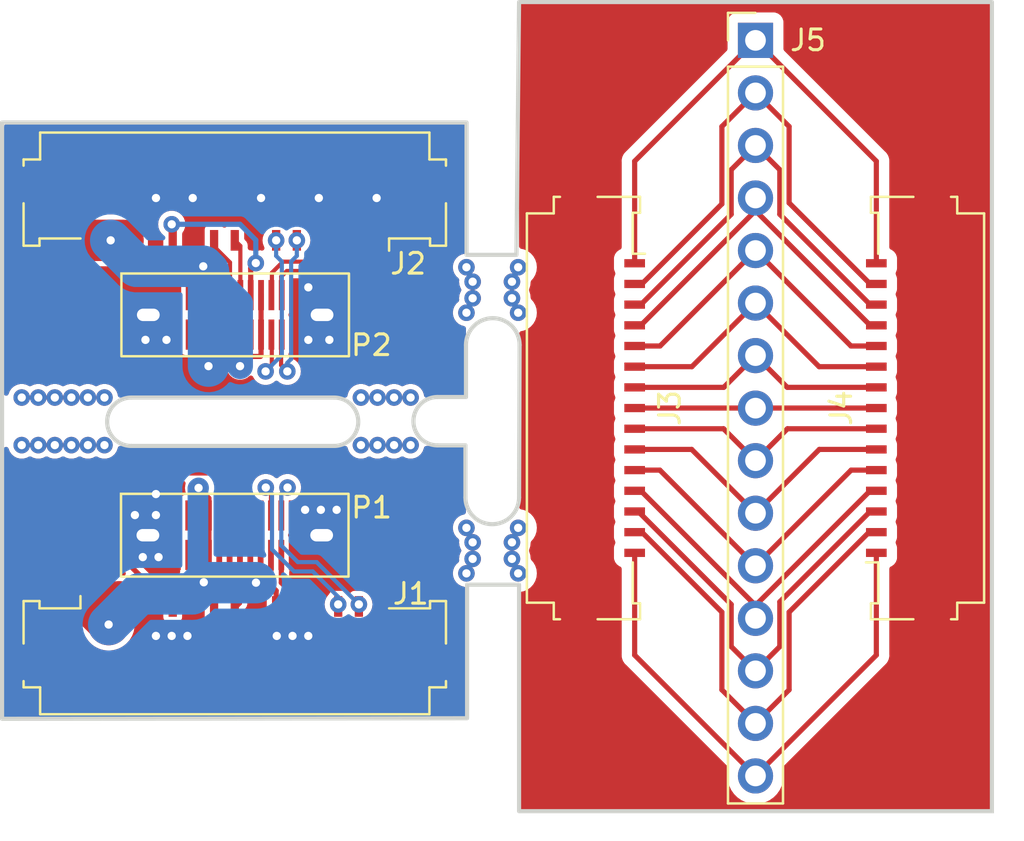
<source format=kicad_pcb>
(kicad_pcb (version 20221018) (generator pcbnew)
  (layers (0 "F.Cu" signal) (31 "B.Cu" signal) (34 "B.Paste" user) (35 "F.Paste" user) (36 "B.SilkS" user "B.Silkscreen") (37 "F.SilkS" user "F.Silkscreen") (38 "B.Mask" user) (39 "F.Mask" user) (44 "Edge.Cuts" user))
  (net 0 "")
  (net 1 "Net-(J1-Pin_1)")
  (net 2 "Net-(J1-Pin_5)")
  (net 3 "Net-(J2-Pin_11)")
  (net 4 "Net-(J2-Pin_13)")
  (net 5 "Net-(J3-Pin_1)")
  (net 6 "Net-(J3-Pin_2)")
  (net 7 "Net-(J3-Pin_3)")
  (net 8 "Net-(J3-Pin_4)")
  (net 9 "Net-(J3-Pin_5)")
  (net 10 "Net-(J3-Pin_6)")
  (net 11 "Net-(J3-Pin_7)")
  (net 12 "Net-(J3-Pin_8)")
  (net 13 "Net-(J3-Pin_9)")
  (net 14 "Net-(J3-Pin_10)")
  (net 15 "Net-(J3-Pin_11)")
  (net 16 "Net-(J3-Pin_12)")
  (net 17 "Net-(J3-Pin_13)")
  (net 18 "Net-(J3-Pin_14)")
  (net 19 "Net-(J3-Pin_15)")
  (net 34 "1-")
  (net 35 "1+")
  (net 36 "1_RX-")
  (net 37 "1_RX+")
  (net 38 "1_TX-")
  (net 39 "1_TX+")
  (net 40 "2_TX+")
  (net 41 "2_TX-")
  (net 42 "2_RX+")
  (net 43 "2_RX-")
  (net 44 "2+")
  (net 45 "2-")
  (net 46 "GND1")
  (net 47 "GND2")
  (net 48 "Net-(J3-PadMP)")
  (footprint "Connector_FFC-FPC:Molex_200528-0150_1x15-1MP_P1.00mm_Horizontal" (layer "F.Cu") (at 78.126 114.808 90)
    (fp_text reference "J4" (at 0 -2.61 90) (layer "F.SilkS"))
    (fp_text value "Conn_01x15_Socket")
    (pad "1" smd rect (at -7 -0.91 90) (size 0.4 1) (layers "F.Cu" "F.Paste" "F.Mask") (net 19 "Net-(J3-Pin_15)"))
    (pad "2" smd rect (at -6 -0.91 90) (size 0.4 1) (layers "F.Cu" "F.Paste" "F.Mask") (net 18 "Net-(J3-Pin_14)"))
    (pad "3" smd rect (at -5 -0.91 90) (size 0.4 1) (layers "F.Cu" "F.Paste" "F.Mask") (net 17 "Net-(J3-Pin_13)"))
    (pad "4" smd rect (at -4 -0.91 90) (size 0.4 1) (layers "F.Cu" "F.Paste" "F.Mask") (net 16 "Net-(J3-Pin_12)"))
    (pad "5" smd rect (at -3 -0.91 90) (size 0.4 1) (layers "F.Cu" "F.Paste" "F.Mask") (net 15 "Net-(J3-Pin_11)"))
    (pad "6" smd rect (at -2 -0.91 90) (size 0.4 1) (layers "F.Cu" "F.Paste" "F.Mask") (net 14 "Net-(J3-Pin_10)"))
    (pad "7" smd rect (at -1 -0.91 90) (size 0.4 1) (layers "F.Cu" "F.Paste" "F.Mask") (net 13 "Net-(J3-Pin_9)"))
    (pad "8" smd rect (at 0 -0.91 90) (size 0.4 1) (layers "F.Cu" "F.Paste" "F.Mask") (net 12 "Net-(J3-Pin_8)"))
    (pad "9" smd rect (at 1 -0.91 90) (size 0.4 1) (layers "F.Cu" "F.Paste" "F.Mask") (net 11 "Net-(J3-Pin_7)"))
    (pad "10" smd rect (at 2 -0.91 90) (size 0.4 1) (layers "F.Cu" "F.Paste" "F.Mask") (net 10 "Net-(J3-Pin_6)"))
    (pad "11" smd rect (at 3 -0.91 90) (size 0.4 1) (layers "F.Cu" "F.Paste" "F.Mask") (net 9 "Net-(J3-Pin_5)"))
    (pad "12" smd rect (at 4 -0.91 90) (size 0.4 1) (layers "F.Cu" "F.Paste" "F.Mask") (net 8 "Net-(J3-Pin_4)"))
    (pad "13" smd rect (at 5 -0.91 90) (size 0.4 1) (layers "F.Cu" "F.Paste" "F.Mask") (net 7 "Net-(J3-Pin_3)"))
    (pad "14" smd rect (at 6 -0.91 90) (size 0.4 1) (layers "F.Cu" "F.Paste" "F.Mask") (net 6 "Net-(J3-Pin_2)"))
    (pad "15" smd rect (at 7 -0.91 90) (size 0.4 1) (layers "F.Cu" "F.Paste" "F.Mask") (net 5 "Net-(J3-Pin_1)"))
    (pad "MP" smd rect (at -9.8 1.79 90) (size 2 1.3) (layers "F.Cu" "F.Paste" "F.Mask") (net 48 "Net-(J3-PadMP)"))
    (pad "MP" smd rect (at 9.8 1.79 90) (size 2 1.3) (layers "F.Cu" "F.Paste" "F.Mask") (net 48 "Net-(J3-PadMP)"))
  )
  (footprint "Connector_PinHeader_2.54mm:PinHeader_1x15_P2.54mm_Vertical" (layer "F.Cu") (at 71.374 97.033)
    (fp_text reference "J5" (at 2.54 -0.005) (layer "F.SilkS"))
    (fp_text value "Conn_01x15_Socket")
    (pad "1" thru_hole rect (at 0 0) (size 1.7 1.7) (drill 1) (layers "*.Cu" "*.Mask") (net 5 "Net-(J3-Pin_1)"))
    (pad "2" thru_hole oval (at 0 2.54) (size 1.7 1.7) (drill 1) (layers "*.Cu" "*.Mask") (net 6 "Net-(J3-Pin_2)"))
    (pad "3" thru_hole oval (at 0 5.08) (size 1.7 1.7) (drill 1) (layers "*.Cu" "*.Mask") (net 7 "Net-(J3-Pin_3)"))
    (pad "4" thru_hole oval (at 0 7.62) (size 1.7 1.7) (drill 1) (layers "*.Cu" "*.Mask") (net 8 "Net-(J3-Pin_4)"))
    (pad "5" thru_hole oval (at 0 10.16) (size 1.7 1.7) (drill 1) (layers "*.Cu" "*.Mask") (net 9 "Net-(J3-Pin_5)"))
    (pad "6" thru_hole oval (at 0 12.7) (size 1.7 1.7) (drill 1) (layers "*.Cu" "*.Mask") (net 10 "Net-(J3-Pin_6)"))
    (pad "7" thru_hole oval (at 0 15.24) (size 1.7 1.7) (drill 1) (layers "*.Cu" "*.Mask") (net 11 "Net-(J3-Pin_7)"))
    (pad "8" thru_hole oval (at 0 17.78) (size 1.7 1.7) (drill 1) (layers "*.Cu" "*.Mask") (net 12 "Net-(J3-Pin_8)"))
    (pad "9" thru_hole oval (at 0 20.32) (size 1.7 1.7) (drill 1) (layers "*.Cu" "*.Mask") (net 13 "Net-(J3-Pin_9)"))
    (pad "10" thru_hole oval (at 0 22.86) (size 1.7 1.7) (drill 1) (layers "*.Cu" "*.Mask") (net 14 "Net-(J3-Pin_10)"))
    (pad "11" thru_hole oval (at 0 25.4) (size 1.7 1.7) (drill 1) (layers "*.Cu" "*.Mask") (net 15 "Net-(J3-Pin_11)"))
    (pad "12" thru_hole oval (at 0 27.94) (size 1.7 1.7) (drill 1) (layers "*.Cu" "*.Mask") (net 16 "Net-(J3-Pin_12)"))
    (pad "13" thru_hole oval (at 0 30.48) (size 1.7 1.7) (drill 1) (layers "*.Cu" "*.Mask") (net 17 "Net-(J3-Pin_13)"))
    (pad "14" thru_hole oval (at 0 33.02) (size 1.7 1.7) (drill 1) (layers "*.Cu" "*.Mask") (net 18 "Net-(J3-Pin_14)"))
    (pad "15" thru_hole oval (at 0 35.56) (size 1.7 1.7) (drill 1) (layers "*.Cu" "*.Mask") (net 19 "Net-(J3-Pin_15)"))
  )
  (footprint "Connector_FFC-FPC:Molex_200528-0150_1x15-1MP_P1.00mm_Horizontal" (layer "F.Cu") (at 46.2 125.31)
    (fp_text reference "J1" (at 8.507 -1.525) (layer "F.SilkS"))
    (fp_text value "Conn_01x15_Socket")
    (pad "1" smd rect (at -7 -0.91) (size 0.4 1) (layers "F.Cu" "F.Paste" "F.Mask") (net 1 "Net-(J1-Pin_1)"))
    (pad "2" smd rect (at -6 -0.91) (size 0.4 1) (layers "F.Cu" "F.Paste" "F.Mask") (net 1 "Net-(J1-Pin_1)"))
    (pad "3" smd rect (at -5 -0.91) (size 0.4 1) (layers "F.Cu" "F.Paste" "F.Mask") (net 1 "Net-(J1-Pin_1)"))
    (pad "4" smd rect (at -4 -0.91) (size 0.4 1) (layers "F.Cu" "F.Paste" "F.Mask") (net 46 "GND1"))
    (pad "5" smd rect (at -3 -0.91) (size 0.4 1) (layers "F.Cu" "F.Paste" "F.Mask") (net 2 "Net-(J1-Pin_5)"))
    (pad "6" smd rect (at -2 -0.91) (size 0.4 1) (layers "F.Cu" "F.Paste" "F.Mask") (net 46 "GND1"))
    (pad "7" smd rect (at -1 -0.91) (size 0.4 1) (layers "F.Cu" "F.Paste" "F.Mask") (net 34 "1-"))
    (pad "8" smd rect (at 0 -0.91) (size 0.4 1) (layers "F.Cu" "F.Paste" "F.Mask") (net 35 "1+"))
    (pad "9" smd rect (at 1 -0.91) (size 0.4 1) (layers "F.Cu" "F.Paste" "F.Mask") (net 46 "GND1"))
    (pad "10" smd rect (at 2 -0.91) (size 0.4 1) (layers "F.Cu" "F.Paste" "F.Mask") (net 36 "1_RX-"))
    (pad "11" smd rect (at 3 -0.91) (size 0.4 1) (layers "F.Cu" "F.Paste" "F.Mask") (net 37 "1_RX+"))
    (pad "12" smd rect (at 4 -0.91) (size 0.4 1) (layers "F.Cu" "F.Paste" "F.Mask") (net 46 "GND1"))
    (pad "13" smd rect (at 5 -0.91) (size 0.4 1) (layers "F.Cu" "F.Paste" "F.Mask") (net 38 "1_TX-"))
    (pad "14" smd rect (at 6 -0.91) (size 0.4 1) (layers "F.Cu" "F.Paste" "F.Mask") (net 39 "1_TX+"))
    (pad "15" smd rect (at 7 -0.91) (size 0.4 1) (layers "F.Cu" "F.Paste" "F.Mask") (net 46 "GND1"))
    (pad "MP" smd rect (at -9.8 1.79) (size 2 1.3) (layers "F.Cu" "F.Paste" "F.Mask") (net 46 "GND1"))
    (pad "MP" smd rect (at 9.8 1.79) (size 2 1.3) (layers "F.Cu" "F.Paste" "F.Mask") (net 46 "GND1"))
  )
  (footprint "H3_Connectors:TC-003LS" (layer "F.Cu") (at 46.22 110.303)
    (fp_text reference "P2" (at 6.584 1.463 unlocked) (layer "F.SilkS"))
    (fp_text value "TC-003LS")
    (pad "A1" smd rect (at 2.75 -0.955) (size 0.28 1.46) (layers "F.Cu" "F.Paste" "F.Mask") (net 47 "GND2"))
    (pad "A2" smd rect (at 2.25 -0.955) (size 0.28 1.46) (layers "F.Cu" "F.Paste" "F.Mask") (net 40 "2_TX+"))
    (pad "A3" smd rect (at 1.75 -0.955) (size 0.28 1.46) (layers "F.Cu" "F.Paste" "F.Mask") (net 41 "2_TX-"))
    (pad "A4" smd rect (at 1.25 -0.955) (size 0.28 1.46) (layers "F.Cu" "F.Paste" "F.Mask") (net 4 "Net-(J2-Pin_13)"))
    (pad "A5" smd rect (at 0.75 -0.955) (size 0.28 1.46) (layers "F.Cu" "F.Paste" "F.Mask") (net 3 "Net-(J2-Pin_11)"))
    (pad "A6" smd rect (at 0.25 -0.955) (size 0.28 1.46) (layers "F.Cu" "F.Paste" "F.Mask") (net 44 "2+"))
    (pad "A7" smd rect (at -0.25 -0.955) (size 0.28 1.46) (layers "F.Cu" "F.Paste" "F.Mask") (net 45 "2-"))
    (pad "A8" smd rect (at -0.75 -0.955) (size 0.28 1.46) (layers "F.Cu" "F.Paste" "F.Mask"))
    (pad "A9" smd rect (at -1.25 -0.955) (size 0.28 1.46) (layers "F.Cu" "F.Paste" "F.Mask") (net 4 "Net-(J2-Pin_13)"))
    (pad "A10" smd rect (at -1.75 -0.955) (size 0.28 1.46) (layers "F.Cu" "F.Paste" "F.Mask"))
    (pad "A11" smd rect (at -2.25 -0.955) (size 0.28 1.46) (layers "F.Cu" "F.Paste" "F.Mask"))
    (pad "A12" smd rect (at -2.75 -0.955) (size 0.28 1.46) (layers "F.Cu" "F.Paste" "F.Mask") (net 47 "GND2"))
    (pad "B1" smd rect (at -2.75 0.955 180) (size 0.28 1.46) (layers "F.Cu" "F.Paste" "F.Mask") (net 47 "GND2"))
    (pad "B2" smd rect (at -2.25 0.955 180) (size 0.28 1.46) (layers "F.Cu" "F.Paste" "F.Mask"))
    (pad "B3" smd rect (at -1.75 0.955 180) (size 0.28 1.46) (layers "F.Cu" "F.Paste" "F.Mask"))
    (pad "B4" smd rect (at -1.25 0.955 180) (size 0.28 1.46) (layers "F.Cu" "F.Paste" "F.Mask") (net 4 "Net-(J2-Pin_13)"))
    (pad "B5" smd rect (at -0.75 0.955 180) (size 0.28 1.46) (layers "F.Cu" "F.Paste" "F.Mask"))
    (pad "B6" smd rect (at -0.25 0.955 180) (size 0.28 1.46) (layers "F.Cu" "F.Paste" "F.Mask"))
    (pad "B7" smd rect (at 0.25 0.955 180) (size 0.28 1.46) (layers "F.Cu" "F.Paste" "F.Mask"))
    (pad "B8" smd rect (at 0.75 0.955 180) (size 0.28 1.46) (layers "F.Cu" "F.Paste" "F.Mask"))
    (pad "B9" smd rect (at 1.25 0.955 180) (size 0.28 1.46) (layers "F.Cu" "F.Paste" "F.Mask") (net 4 "Net-(J2-Pin_13)"))
    (pad "B10" smd rect (at 1.75 0.955 180) (size 0.28 1.46) (layers "F.Cu" "F.Paste" "F.Mask") (net 43 "2_RX-"))
    (pad "B11" smd rect (at 2.25 0.955 180) (size 0.28 1.46) (layers "F.Cu" "F.Paste" "F.Mask") (net 42 "2_RX+"))
    (pad "B12" smd rect (at 2.75 0.955 180) (size 0.28 1.46) (layers "F.Cu" "F.Paste" "F.Mask") (net 47 "GND2"))
    (pad "S1" thru_hole oval (at -4.2 0) (size 1.5 1) (drill oval 1.1 0.6) (layers "*.Cu" "*.Mask") (net 47 "GND2"))
    (pad "S1" thru_hole oval (at 4.2 0) (size 1.5 1) (drill oval 1.1 0.6) (layers "*.Cu" "*.Mask") (net 47 "GND2"))
  )
  (footprint "H3_Connectors:TC-003LS" (layer "F.Cu") (at 46.2 120.956)
    (fp_text reference "P1" (at 6.613 -1.335 unlocked) (layer "F.SilkS"))
    (fp_text value "TC-003LS")
    (pad "A1" smd rect (at 2.75 -0.955) (size 0.28 1.46) (layers "F.Cu" "F.Paste" "F.Mask") (net 46 "GND1"))
    (pad "A2" smd rect (at 2.25 -0.955) (size 0.28 1.46) (layers "F.Cu" "F.Paste" "F.Mask") (net 39 "1_TX+"))
    (pad "A3" smd rect (at 1.75 -0.955) (size 0.28 1.46) (layers "F.Cu" "F.Paste" "F.Mask") (net 38 "1_TX-"))
    (pad "A4" smd rect (at 1.25 -0.955) (size 0.28 1.46) (layers "F.Cu" "F.Paste" "F.Mask") (net 1 "Net-(J1-Pin_1)"))
    (pad "A5" smd rect (at 0.75 -0.955) (size 0.28 1.46) (layers "F.Cu" "F.Paste" "F.Mask") (net 2 "Net-(J1-Pin_5)"))
    (pad "A6" smd rect (at 0.25 -0.955) (size 0.28 1.46) (layers "F.Cu" "F.Paste" "F.Mask"))
    (pad "A7" smd rect (at -0.25 -0.955) (size 0.28 1.46) (layers "F.Cu" "F.Paste" "F.Mask"))
    (pad "A8" smd rect (at -0.75 -0.955) (size 0.28 1.46) (layers "F.Cu" "F.Paste" "F.Mask"))
    (pad "A9" smd rect (at -1.25 -0.955) (size 0.28 1.46) (layers "F.Cu" "F.Paste" "F.Mask") (net 1 "Net-(J1-Pin_1)"))
    (pad "A10" smd rect (at -1.75 -0.955) (size 0.28 1.46) (layers "F.Cu" "F.Paste" "F.Mask"))
    (pad "A11" smd rect (at -2.25 -0.955) (size 0.28 1.46) (layers "F.Cu" "F.Paste" "F.Mask"))
    (pad "A12" smd rect (at -2.75 -0.955) (size 0.28 1.46) (layers "F.Cu" "F.Paste" "F.Mask") (net 46 "GND1"))
    (pad "B1" smd rect (at -2.75 0.955 180) (size 0.28 1.46) (layers "F.Cu" "F.Paste" "F.Mask") (net 46 "GND1"))
    (pad "B2" smd rect (at -2.25 0.955 180) (size 0.28 1.46) (layers "F.Cu" "F.Paste" "F.Mask"))
    (pad "B3" smd rect (at -1.75 0.955 180) (size 0.28 1.46) (layers "F.Cu" "F.Paste" "F.Mask"))
    (pad "B4" smd rect (at -1.25 0.955 180) (size 0.28 1.46) (layers "F.Cu" "F.Paste" "F.Mask") (net 1 "Net-(J1-Pin_1)"))
    (pad "B5" smd rect (at -0.75 0.955 180) (size 0.28 1.46) (layers "F.Cu" "F.Paste" "F.Mask"))
    (pad "B6" smd rect (at -0.25 0.955 180) (size 0.28 1.46) (layers "F.Cu" "F.Paste" "F.Mask") (net 34 "1-"))
    (pad "B7" smd rect (at 0.25 0.955 180) (size 0.28 1.46) (layers "F.Cu" "F.Paste" "F.Mask") (net 35 "1+"))
    (pad "B8" smd rect (at 0.75 0.955 180) (size 0.28 1.46) (layers "F.Cu" "F.Paste" "F.Mask"))
    (pad "B9" smd rect (at 1.25 0.955 180) (size 0.28 1.46) (layers "F.Cu" "F.Paste" "F.Mask") (net 1 "Net-(J1-Pin_1)"))
    (pad "B10" smd rect (at 1.75 0.955 180) (size 0.28 1.46) (layers "F.Cu" "F.Paste" "F.Mask") (net 36 "1_RX-"))
    (pad "B11" smd rect (at 2.25 0.955 180) (size 0.28 1.46) (layers "F.Cu" "F.Paste" "F.Mask") (net 37 "1_RX+"))
    (pad "B12" smd rect (at 2.75 0.955 180) (size 0.28 1.46) (layers "F.Cu" "F.Paste" "F.Mask") (net 46 "GND1"))
    (pad "S1" thru_hole oval (at -4.2 0) (size 1.5 1) (drill oval 1.1 0.6) (layers "*.Cu" "*.Mask") (net 46 "GND1"))
    (pad "S1" thru_hole oval (at 4.2 0) (size 1.5 1) (drill oval 1.1 0.6) (layers "*.Cu" "*.Mask") (net 46 "GND1"))
  )
  (footprint "Connector_FFC-FPC:Molex_200528-0150_1x15-1MP_P1.00mm_Horizontal" (layer "F.Cu") (at 46.2 105.79 180)
    (fp_text reference "J2" (at -8.382 -2.039) (layer "F.SilkS"))
    (fp_text value "Conn_01x15_Socket")
    (pad "1" smd rect (at -7 -0.91 180) (size 0.4 1) (layers "F.Cu" "F.Paste" "F.Mask") (net 47 "GND2"))
    (pad "2" smd rect (at -6 -0.91 180) (size 0.4 1) (layers "F.Cu" "F.Paste" "F.Mask") (net 40 "2_TX+"))
    (pad "3" smd rect (at -5 -0.91 180) (size 0.4 1) (layers "F.Cu" "F.Paste" "F.Mask") (net 41 "2_TX-"))
    (pad "4" smd rect (at -4 -0.91 180) (size 0.4 1) (layers "F.Cu" "F.Paste" "F.Mask") (net 47 "GND2"))
    (pad "5" smd rect (at -3 -0.91 180) (size 0.4 1) (layers "F.Cu" "F.Paste" "F.Mask") (net 42 "2_RX+"))
    (pad "6" smd rect (at -2 -0.91 180) (size 0.4 1) (layers "F.Cu" "F.Paste" "F.Mask") (net 43 "2_RX-"))
    (pad "7" smd rect (at -1 -0.91 180) (size 0.4 1) (layers "F.Cu" "F.Paste" "F.Mask") (net 47 "GND2"))
    (pad "8" smd rect (at 0 -0.91 180) (size 0.4 1) (layers "F.Cu" "F.Paste" "F.Mask") (net 44 "2+"))
    (pad "9" smd rect (at 1 -0.91 180) (size 0.4 1) (layers "F.Cu" "F.Paste" "F.Mask") (net 45 "2-"))
    (pad "10" smd rect (at 2 -0.91 180) (size 0.4 1) (layers "F.Cu" "F.Paste" "F.Mask") (net 47 "GND2"))
    (pad "11" smd rect (at 3 -0.91 180) (size 0.4 1) (layers "F.Cu" "F.Paste" "F.Mask") (net 3 "Net-(J2-Pin_11)"))
    (pad "12" smd rect (at 4 -0.91 180) (size 0.4 1) (layers "F.Cu" "F.Paste" "F.Mask") (net 47 "GND2"))
    (pad "13" smd rect (at 5 -0.91 180) (size 0.4 1) (layers "F.Cu" "F.Paste" "F.Mask") (net 4 "Net-(J2-Pin_13)"))
    (pad "14" smd rect (at 6 -0.91 180) (size 0.4 1) (layers "F.Cu" "F.Paste" "F.Mask") (net 4 "Net-(J2-Pin_13)"))
    (pad "15" smd rect (at 7 -0.91 180) (size 0.4 1) (layers "F.Cu" "F.Paste" "F.Mask") (net 4 "Net-(J2-Pin_13)"))
    (pad "MP" smd rect (at -9.8 1.79 180) (size 2 1.3) (layers "F.Cu" "F.Paste" "F.Mask") (net 47 "GND2"))
    (pad "MP" smd rect (at 9.8 1.79 180) (size 2 1.3) (layers "F.Cu" "F.Paste" "F.Mask") (net 47 "GND2"))
  )
  (footprint "Connector_FFC-FPC:Molex_200528-0150_1x15-1MP_P1.00mm_Horizontal" (layer "F.Cu") (at 64.622 114.808 -90)
    (fp_text reference "J3" (at 0 -2.61 90) (layer "F.SilkS"))
    (fp_text value "Conn_01x15_Socket")
    (pad "1" smd rect (at -7 -0.91 270) (size 0.4 1) (layers "F.Cu" "F.Paste" "F.Mask") (net 5 "Net-(J3-Pin_1)"))
    (pad "2" smd rect (at -6 -0.91 270) (size 0.4 1) (layers "F.Cu" "F.Paste" "F.Mask") (net 6 "Net-(J3-Pin_2)"))
    (pad "3" smd rect (at -5 -0.91 270) (size 0.4 1) (layers "F.Cu" "F.Paste" "F.Mask") (net 7 "Net-(J3-Pin_3)"))
    (pad "4" smd rect (at -4 -0.91 270) (size 0.4 1) (layers "F.Cu" "F.Paste" "F.Mask") (net 8 "Net-(J3-Pin_4)"))
    (pad "5" smd rect (at -3 -0.91 270) (size 0.4 1) (layers "F.Cu" "F.Paste" "F.Mask") (net 9 "Net-(J3-Pin_5)"))
    (pad "6" smd rect (at -2 -0.91 270) (size 0.4 1) (layers "F.Cu" "F.Paste" "F.Mask") (net 10 "Net-(J3-Pin_6)"))
    (pad "7" smd rect (at -1 -0.91 270) (size 0.4 1) (layers "F.Cu" "F.Paste" "F.Mask") (net 11 "Net-(J3-Pin_7)"))
    (pad "8" smd rect (at 0 -0.91 270) (size 0.4 1) (layers "F.Cu" "F.Paste" "F.Mask") (net 12 "Net-(J3-Pin_8)"))
    (pad "9" smd rect (at 1 -0.91 270) (size 0.4 1) (layers "F.Cu" "F.Paste" "F.Mask") (net 13 "Net-(J3-Pin_9)"))
    (pad "10" smd rect (at 2 -0.91 270) (size 0.4 1) (layers "F.Cu" "F.Paste" "F.Mask") (net 14 "Net-(J3-Pin_10)"))
    (pad "11" smd rect (at 3 -0.91 270) (size 0.4 1) (layers "F.Cu" "F.Paste" "F.Mask") (net 15 "Net-(J3-Pin_11)"))
    (pad "12" smd rect (at 4 -0.91 270) (size 0.4 1) (layers "F.Cu" "F.Paste" "F.Mask") (net 16 "Net-(J3-Pin_12)"))
    (pad "13" smd rect (at 5 -0.91 270) (size 0.4 1) (layers "F.Cu" "F.Paste" "F.Mask") (net 17 "Net-(J3-Pin_13)"))
    (pad "14" smd rect (at 6 -0.91 270) (size 0.4 1) (layers "F.Cu" "F.Paste" "F.Mask") (net 18 "Net-(J3-Pin_14)"))
    (pad "15" smd rect (at 7 -0.91 270) (size 0.4 1) (layers "F.Cu" "F.Paste" "F.Mask") (net 19 "Net-(J3-Pin_15)"))
    (pad "MP" smd rect (at -9.8 1.79 270) (size 2 1.3) (layers "F.Cu" "F.Paste" "F.Mask") (net 48 "Net-(J3-PadMP)"))
    (pad "MP" smd rect (at 9.8 1.79 270) (size 2 1.3) (layers "F.Cu" "F.Paste" "F.Mask") (net 48 "Net-(J3-PadMP)"))
  )
  (gr_line (start 56 114.273) (end 57.377 114.273) (stroke (width 0.2)) (layer "Edge.Cuts"))
  (gr_arc (start 57.377 111.76) (mid 58.674 110.463) (end 59.971 111.76) (stroke (width 0.2)) (layer "Edge.Cuts"))
  (gr_arc (start 51 114.3) (mid 52.17 115.47) (end 51 116.64) (stroke (width 0.2)) (layer "Edge.Cuts"))
  (gr_line (start 56.007 116.613) (end 57.35 116.613) (stroke (width 0.2)) (layer "Edge.Cuts"))
  (gr_arc (start 41.2 116.64) (mid 40.03 115.47) (end 41.2 114.3) (stroke (width 0.2)) (layer "Edge.Cuts"))
  (gr_line (start 59.971 111.76) (end 59.944 119.126) (stroke (width 0.2)) (layer "Edge.Cuts"))
  (gr_line (start 57.377 111.76) (end 57.377 114.273) (stroke (width 0.2)) (layer "Edge.Cuts"))
  (gr_line (start 41.2 116.64) (end 51 116.64) (stroke (width 0.2)) (layer "Edge.Cuts"))
  (gr_poly (pts (xy 59.944 123.348) (xy 57.431 123.348) (xy 57.431 129.80359) (xy 34.95 129.831) (xy 34.95 101.004) (xy 57.404 101.004) (xy 57.404 107.4) (xy 59.817 107.4) (xy 59.944 95.181) (xy 82.804 95.181) (xy 82.804 134.297) (xy 59.944 134.297) (xy 59.944 129.801)) (stroke (width 0.2)) (fill none) (layer "Edge.Cuts"))
  (gr_line (start 41.2 114.3) (end 51 114.3) (stroke (width 0.2)) (layer "Edge.Cuts"))
  (gr_arc (start 59.944 119.126) (mid 58.647 120.423) (end 57.35 119.126) (stroke (width 0.2)) (layer "Edge.Cuts"))
  (gr_line (start 57.35 119.126) (end 57.35 116.613) (stroke (width 0.2)) (layer "Edge.Cuts"))
  (gr_arc (start 56.007 116.613) (mid 54.837 115.443) (end 56.007 114.273) (stroke (width 0.2)) (layer "Edge.Cuts"))
  (via (at 57.7 109.5) (size 0.8) (drill 0.4) (layers "F.Cu" "B.Cu") (net 0))
  (via (at 53.9 114.3) (size 0.8) (drill 0.4) (layers "F.Cu" "B.Cu") (net 0))
  (via (at 59.6 109.5) (size 0.8) (drill 0.4) (layers "F.Cu" "B.Cu") (net 0))
  (via (at 39.9 116.6) (size 0.8) (drill 0.4) (layers "F.Cu" "B.Cu") (net 0))
  (via (at 39.1 116.6) (size 0.8) (drill 0.4) (layers "F.Cu" "B.Cu") (net 0))
  (via (at 37.5 114.3) (size 0.8) (drill 0.4) (layers "F.Cu" "B.Cu") (net 0))
  (via (at 54.7 114.3) (size 0.8) (drill 0.4) (layers "F.Cu" "B.Cu") (net 0))
  (via (at 59.6 108.7) (size 0.8) (drill 0.4) (layers "F.Cu" "B.Cu") (net 0))
  (via (at 59.9 120.6) (size 0.8) (drill 0.4) (layers "F.Cu" "B.Cu") (net 0))
  (via (at 39.9 114.3) (size 0.8) (drill 0.4) (layers "F.Cu" "B.Cu") (net 0))
  (via (at 57.7 121.3) (size 0.8) (drill 0.4) (layers "F.Cu" "B.Cu") (net 0))
  (via (at 39.1 114.3) (size 0.8) (drill 0.4) (layers "F.Cu" "B.Cu") (net 0))
  (via (at 57.4 110.2) (size 0.8) (drill 0.4) (layers "F.Cu" "B.Cu") (net 0))
  (via (at 59.9 108) (size 0.8) (drill 0.4) (layers "F.Cu" "B.Cu") (net 0))
  (via (at 59.9 110.2) (size 0.8) (drill 0.4) (layers "F.Cu" "B.Cu") (net 0))
  (via (at 57.4 108) (size 0.8) (drill 0.4) (layers "F.Cu" "B.Cu") (net 0))
  (via (at 53.9 116.6) (size 0.8) (drill 0.4) (layers "F.Cu" "B.Cu") (net 0))
  (via (at 59.6 122.1) (size 0.8) (drill 0.4) (layers "F.Cu" "B.Cu") (net 0))
  (via (at 37.5 116.6) (size 0.8) (drill 0.4) (layers "F.Cu" "B.Cu") (net 0))
  (via (at 59.6 121.3) (size 0.8) (drill 0.4) (layers "F.Cu" "B.Cu") (net 0))
  (via (at 59.9 122.8) (size 0.8) (drill 0.4) (layers "F.Cu" "B.Cu") (net 0))
  (via (at 57.4 120.6) (size 0.8) (drill 0.4) (layers "F.Cu" "B.Cu") (net 0))
  (via (at 35.9 116.6) (size 0.8) (drill 0.4) (layers "F.Cu" "B.Cu") (net 0))
  (via (at 36.7 114.3) (size 0.8) (drill 0.4) (layers "F.Cu" "B.Cu") (net 0))
  (via (at 54.7 116.6) (size 0.8) (drill 0.4) (layers "F.Cu" "B.Cu") (net 0))
  (via (at 53.1 114.3) (size 0.8) (drill 0.4) (layers "F.Cu" "B.Cu") (net 0))
  (via (at 38.3 114.3) (size 0.8) (drill 0.4) (layers "F.Cu" "B.Cu") (net 0))
  (via (at 38.3 116.6) (size 0.8) (drill 0.4) (layers "F.Cu" "B.Cu") (net 0))
  (via (at 57.7 108.7) (size 0.8) (drill 0.4) (layers "F.Cu" "B.Cu") (net 0))
  (via (at 52.3 116.6) (size 0.8) (drill 0.4) (layers "F.Cu" "B.Cu") (net 0))
  (via (at 57.7 122.1) (size 0.8) (drill 0.4) (layers "F.Cu" "B.Cu") (net 0))
  (via (at 35.9 114.3) (size 0.8) (drill 0.4) (layers "F.Cu" "B.Cu") (net 0))
  (via (at 57.4 122.8) (size 0.8) (drill 0.4) (layers "F.Cu" "B.Cu") (net 0))
  (via (at 52.3 114.3) (size 0.8) (drill 0.4) (layers "F.Cu" "B.Cu") (net 0))
  (via (at 36.7 116.6) (size 0.8) (drill 0.4) (layers "F.Cu" "B.Cu") (net 0))
  (via (at 53.1 116.6) (size 0.8) (drill 0.4) (layers "F.Cu" "B.Cu") (net 0))
  (segment (start 44.95 122.982467) (end 44.702644 123.229823) (width 0.25) (layer "F.Cu") (net 1))
  (segment (start 40.102 124.681) (end 40.61 124.173) (width 2) (layer "F.Cu") (net 1))
  (segment (start 44.95 121.911) (end 44.95 119.17) (width 0.25) (layer "F.Cu") (net 1))
  (segment (start 40.102 125.274) (end 40.102 125.202) (width 2) (layer "F.Cu") (net 1))
  (segment (start 40.102 125.274) (end 40.102 124.681) (width 2) (layer "F.Cu") (net 1))
  (segment (start 44.95 121.911) (end 44.95 122.982467) (width 0.25) (layer "F.Cu") (net 1))
  (segment (start 47.45 121.911) (end 47.45 120.001) (width 0.25) (layer "F.Cu") (net 1))
  (segment (start 44.95 119.17) (end 44.45 118.67) (width 0.25) (layer "F.Cu") (net 1))
  (segment (start 40.102 125.202) (end 39.2 124.3) (width 2) (layer "F.Cu") (net 1))
  (segment (start 47.45 123.0255) (end 47.45 121.911) (width 0.25) (layer "F.Cu") (net 1))
  (segment (start 47.2255 123.25) (end 47.45 123.0255) (width 0.25) (layer "F.Cu") (net 1))
  (segment (start 44.95 121.911) (end 44.95 120.001) (width 0.25) (layer "F.Cu") (net 1))
  (via (at 40.102 125.274) (size 0.8) (drill 0.4) (layers "F.Cu" "B.Cu") (net 1))
  (via (at 44.702644 123.229823) (size 0.8) (drill 0.4) (layers "F.Cu" "B.Cu") (net 1))
  (via (at 47.2255 123.25) (size 0.8) (drill 0.4) (layers "F.Cu" "B.Cu") (net 1))
  (via (at 44.45 118.67) (size 0.8) (drill 0.4) (layers "F.Cu" "B.Cu") (net 1))
  (segment (start 44.42 122.947179) (end 44.42 118.7) (width 1) (layer "B.Cu") (net 1))
  (segment (start 44.702644 123.229823) (end 44.42 122.947179) (width 1) (layer "B.Cu") (net 1))
  (segment (start 41.584 123.792) (end 40.102 125.274) (width 2) (layer "B.Cu") (net 1))
  (segment (start 44.140467 123.792) (end 41.584 123.792) (width 2) (layer "B.Cu") (net 1))
  (segment (start 44.42 118.7) (end 44.45 118.67) (width 1) (layer "B.Cu") (net 1))
  (segment (start 47.2255 123.25) (end 44.722821 123.25) (width 2) (layer "B.Cu") (net 1))
  (segment (start 44.702644 123.229823) (end 44.140467 123.792) (width 2) (layer "B.Cu") (net 1))
  (segment (start 44.722821 123.25) (end 44.702644 123.229823) (width 2) (layer "B.Cu") (net 1))
  (segment (start 43.2 124) (end 43.2 124.3) (width 0.25) (layer "F.Cu") (net 2))
  (segment (start 45.914 117.945) (end 42.383695 117.945) (width 0.25) (layer "F.Cu") (net 2))
  (segment (start 40.647 121.933305) (end 41.936051 123.222356) (width 0.25) (layer "F.Cu") (net 2))
  (segment (start 42.383695 117.945) (end 40.647 119.681695) (width 0.25) (layer "F.Cu") (net 2))
  (segment (start 46.95 120.001) (end 46.95 118.981) (width 0.25) (layer "F.Cu") (net 2))
  (segment (start 43.977644 123.222356) (end 43.2 124) (width 0.25) (layer "F.Cu") (net 2))
  (segment (start 41.936051 123.222356) (end 43.977644 123.222356) (width 0.25) (layer "F.Cu") (net 2))
  (segment (start 40.647 119.681695) (end 40.647 121.933305) (width 0.25) (layer "F.Cu") (net 2))
  (segment (start 46.95 118.981) (end 45.914 117.945) (width 0.25) (layer "F.Cu") (net 2))
  (segment (start 46.97 108.045502) (end 47.216 107.799502) (width 0.25) (layer "F.Cu") (net 3))
  (segment (start 43.152 105.924) (end 43.152 106.652) (width 0.25) (layer "F.Cu") (net 3))
  (segment (start 46.97 109.348) (end 46.97 108.045502) (width 0.25) (layer "F.Cu") (net 3))
  (segment (start 43.152 106.652) (end 43.2 106.7) (width 0.25) (layer "F.Cu") (net 3))
  (via (at 47.216 107.799502) (size 0.8) (drill 0.4) (layers "F.Cu" "B.Cu") (net 3))
  (via (at 43.152 105.924) (size 0.8) (drill 0.4) (layers "F.Cu" "B.Cu") (net 3))
  (segment (start 46.454 105.924) (end 43.152 105.924) (width 0.25) (layer "B.Cu") (net 3))
  (segment (start 47.216 107.799502) (end 47.216 106.686) (width 0.25) (layer "B.Cu") (net 3))
  (segment (start 47.216 106.686) (end 46.454 105.924) (width 0.25) (layer "B.Cu") (net 3))
  (segment (start 47.47 112.278) (end 47.435 112.313) (width 0.25) (layer "F.Cu") (net 4))
  (segment (start 40.2 106.7) (end 40.8 106.7) (width 2) (layer "F.Cu") (net 4))
  (segment (start 47.435 112.313) (end 46.708 112.313) (width 0.25) (layer "F.Cu") (net 4))
  (segment (start 47.47 111.258) (end 47.47 112.278) (width 0.25) (layer "F.Cu") (net 4))
  (segment (start 44.97 112.278) (end 44.97 111.258) (width 0.25) (layer "F.Cu") (net 4))
  (segment (start 44.676 107.956) (end 44.97 108.25) (width 0.25) (layer "F.Cu") (net 4))
  (segment (start 44.97 109.287) (end 44.97 111.197) (width 0.25) (layer "F.Cu") (net 4))
  (segment (start 44.97 108.25) (end 44.97 109.348) (width 0.25) (layer "F.Cu") (net 4))
  (segment (start 46.708 112.528) (end 46.454 112.782) (width 0.25) (layer "F.Cu") (net 4))
  (segment (start 44.93 112.782) (end 44.93 112.318) (width 0.25) (layer "F.Cu") (net 4))
  (segment (start 46.708 112.313) (end 46.708 112.528) (width 0.25) (layer "F.Cu") (net 4))
  (segment (start 44.93 112.318) (end 44.97 112.278) (width 0.25) (layer "F.Cu") (net 4))
  (segment (start 47.47 109.287) (end 47.47 111.197) (width 0.25) (layer "F.Cu") (net 4))
  (segment (start 45.005 112.313) (end 44.97 112.278) (width 0.25) (layer "F.Cu") (net 4))
  (segment (start 46.708 112.313) (end 45.005 112.313) (width 0.25) (layer "F.Cu") (net 4))
  (segment (start 40.2 106.7) (end 39.2 106.7) (width 2) (layer "F.Cu") (net 4))
  (via (at 44.93 112.782) (size 0.8) (drill 0.4) (layers "F.Cu" "B.Cu") (net 4))
  (via (at 46.454 112.782) (size 0.8) (drill 0.4) (layers "F.Cu" "B.Cu") (net 4))
  (via (at 44.676 107.956) (size 0.8) (drill 0.4) (layers "F.Cu" "B.Cu") (net 4))
  (via (at 40.2 106.7) (size 0.8) (drill 0.4) (layers "F.Cu" "B.Cu") (net 4))
  (segment (start 46.454 112.782) (end 46.454 109.734) (width 1.25) (layer "B.Cu") (net 4))
  (segment (start 44.93 112.782) (end 44.93 108.21) (width 2) (layer "B.Cu") (net 4))
  (segment (start 44.676 107.956) (end 41.456 107.956) (width 2) (layer "B.Cu") (net 4))
  (segment (start 41.456 107.956) (end 40.2 106.7) (width 2) (layer "B.Cu") (net 4))
  (segment (start 44.93 108.21) (end 44.676 107.956) (width 2) (layer "B.Cu") (net 4))
  (segment (start 46.454 109.734) (end 44.93 108.21) (width 1.25) (layer "B.Cu") (net 4))
  (segment (start 77.216 102.875) (end 71.374 97.033) (width 0.25) (layer "F.Cu") (net 5))
  (segment (start 77.216 107.808) (end 77.216 102.875) (width 0.25) (layer "F.Cu") (net 5))
  (segment (start 65.532 102.875) (end 71.374 97.033) (width 0.25) (layer "F.Cu") (net 5))
  (segment (start 65.532 107.808) (end 65.532 102.875) (width 0.25) (layer "F.Cu") (net 5))
  (segment (start 72.999 101.198) (end 71.374 99.573) (width 0.25) (layer "F.Cu") (net 6))
  (segment (start 77.216 108.808) (end 76.916 108.808) (width 0.25) (layer "F.Cu") (net 6))
  (segment (start 69.749 104.941) (end 69.749 101.198) (width 0.25) (layer "F.Cu") (net 6))
  (segment (start 76.916 108.808) (end 72.999 104.891) (width 0.25) (layer "F.Cu") (net 6))
  (segment (start 72.999 104.891) (end 72.999 101.198) (width 0.25) (layer "F.Cu") (net 6))
  (segment (start 65.532 108.808) (end 65.882 108.808) (width 0.25) (layer "F.Cu") (net 6))
  (segment (start 69.749 101.198) (end 71.374 99.573) (width 0.25) (layer "F.Cu") (net 6))
  (segment (start 65.882 108.808) (end 69.749 104.941) (width 0.25) (layer "F.Cu") (net 6))
  (segment (start 65.832 109.808) (end 70.199 105.441) (width 0.25) (layer "F.Cu") (net 7))
  (segment (start 72.549 103.288) (end 71.374 102.113) (width 0.25) (layer "F.Cu") (net 7))
  (segment (start 76.916 109.808) (end 72.549 105.441) (width 0.25) (layer "F.Cu") (net 7))
  (segment (start 72.549 105.441) (end 72.549 103.288) (width 0.25) (layer "F.Cu") (net 7))
  (segment (start 70.199 103.288) (end 71.374 102.113) (width 0.25) (layer "F.Cu") (net 7))
  (segment (start 70.199 105.441) (end 70.199 103.288) (width 0.25) (layer "F.Cu") (net 7))
  (segment (start 65.532 109.808) (end 65.832 109.808) (width 0.25) (layer "F.Cu") (net 7))
  (segment (start 77.216 109.808) (end 76.916 109.808) (width 0.25) (layer "F.Cu") (net 7))
  (segment (start 76.916 110.808) (end 71.374 105.266) (width 0.25) (layer "F.Cu") (net 8))
  (segment (start 71.374 105.266) (end 71.374 104.653) (width 0.25) (layer "F.Cu") (net 8))
  (segment (start 65.832 110.808) (end 71.374 105.266) (width 0.25) (layer "F.Cu") (net 8))
  (segment (start 65.532 110.808) (end 65.832 110.808) (width 0.25) (layer "F.Cu") (net 8))
  (segment (start 77.216 110.808) (end 76.916 110.808) (width 0.25) (layer "F.Cu") (net 8))
  (segment (start 75.989 111.808) (end 71.374 107.193) (width 0.25) (layer "F.Cu") (net 9))
  (segment (start 66.759 111.808) (end 71.374 107.193) (width 0.25) (layer "F.Cu") (net 9))
  (segment (start 65.532 111.808) (end 66.759 111.808) (width 0.25) (layer "F.Cu") (net 9))
  (segment (start 77.216 111.808) (end 75.989 111.808) (width 0.25) (layer "F.Cu") (net 9))
  (segment (start 74.449 112.808) (end 71.374 109.733) (width 0.25) (layer "F.Cu") (net 10))
  (segment (start 65.532 112.808) (end 68.299 112.808) (width 0.25) (layer "F.Cu") (net 10))
  (segment (start 68.299 112.808) (end 71.374 109.733) (width 0.25) (layer "F.Cu") (net 10))
  (segment (start 77.216 112.808) (end 74.449 112.808) (width 0.25) (layer "F.Cu") (net 10))
  (segment (start 72.909 113.808) (end 71.374 112.273) (width 0.25) (layer "F.Cu") (net 11))
  (segment (start 65.532 113.808) (end 69.839 113.808) (width 0.25) (layer "F.Cu") (net 11))
  (segment (start 69.839 113.808) (end 71.374 112.273) (width 0.25) (layer "F.Cu") (net 11))
  (segment (start 77.216 113.808) (end 72.909 113.808) (width 0.25) (layer "F.Cu") (net 11))
  (segment (start 77.216 114.808) (end 65.532 114.808) (width 0.25) (layer "F.Cu") (net 12))
  (segment (start 72.919 115.808) (end 71.374 117.353) (width 0.25) (layer "F.Cu") (net 13))
  (segment (start 65.532 115.808) (end 69.829 115.808) (width 0.25) (layer "F.Cu") (net 13))
  (segment (start 77.216 115.808) (end 72.919 115.808) (width 0.25) (layer "F.Cu") (net 13))
  (segment (start 69.829 115.808) (end 71.374 117.353) (width 0.25) (layer "F.Cu") (net 13))
  (segment (start 77.216 116.808) (end 74.459 116.808) (width 0.25) (layer "F.Cu") (net 14))
  (segment (start 65.532 116.808) (end 68.289 116.808) (width 0.25) (layer "F.Cu") (net 14))
  (segment (start 68.289 116.808) (end 71.374 119.893) (width 0.25) (layer "F.Cu") (net 14))
  (segment (start 74.459 116.808) (end 71.374 119.893) (width 0.25) (layer "F.Cu") (net 14))
  (segment (start 65.532 117.808) (end 66.749 117.808) (width 0.25) (layer "F.Cu") (net 15))
  (segment (start 75.999 117.808) (end 71.374 122.433) (width 0.25) (layer "F.Cu") (net 15))
  (segment (start 66.749 117.808) (end 71.374 122.433) (width 0.25) (layer "F.Cu") (net 15))
  (segment (start 77.216 117.808) (end 75.999 117.808) (width 0.25) (layer "F.Cu") (net 15))
  (segment (start 76.916 118.808) (end 71.374 124.35) (width 0.25) (layer "F.Cu") (net 16))
  (segment (start 71.374 124.35) (end 71.374 124.973) (width 0.25) (layer "F.Cu") (net 16))
  (segment (start 65.532 118.808) (end 65.832 118.808) (width 0.25) (layer "F.Cu") (net 16))
  (segment (start 65.832 118.808) (end 71.374 124.35) (width 0.25) (layer "F.Cu") (net 16))
  (segment (start 77.216 118.808) (end 76.916 118.808) (width 0.25) (layer "F.Cu") (net 16))
  (segment (start 76.916 119.808) (end 72.549 124.175) (width 0.25) (layer "F.Cu") (net 17))
  (segment (start 72.549 124.175) (end 72.549 126.338) (width 0.25) (layer "F.Cu") (net 17))
  (segment (start 70.199 124.301) (end 70.199 126.338) (width 0.25) (layer "F.Cu") (net 17))
  (segment (start 77.216 119.808) (end 76.916 119.808) (width 0.25) (layer "F.Cu") (net 17))
  (segment (start 65.706 119.808) (end 70.199 124.301) (width 0.25) (layer "F.Cu") (net 17))
  (segment (start 65.532 119.808) (end 65.706 119.808) (width 0.25) (layer "F.Cu") (net 17))
  (segment (start 70.199 126.338) (end 71.374 127.513) (width 0.25) (layer "F.Cu") (net 17))
  (segment (start 72.549 126.338) (end 71.374 127.513) (width 0.25) (layer "F.Cu") (net 17))
  (segment (start 76.866 120.808) (end 72.999 124.675) (width 0.25) (layer "F.Cu") (net 18))
  (segment (start 72.999 128.428) (end 71.374 130.053) (width 0.25) (layer "F.Cu") (net 18))
  (segment (start 65.882 120.808) (end 69.749 124.675) (width 0.25) (layer "F.Cu") (net 18))
  (segment (start 69.749 124.675) (end 69.749 128.428) (width 0.25) (layer "F.Cu") (net 18))
  (segment (start 77.216 120.808) (end 76.866 120.808) (width 0.25) (layer "F.Cu") (net 18))
  (segment (start 69.749 128.428) (end 71.374 130.053) (width 0.25) (layer "F.Cu") (net 18))
  (segment (start 65.532 120.808) (end 65.882 120.808) (width 0.25) (layer "F.Cu") (net 18))
  (segment (start 72.999 124.675) (end 72.999 128.428) (width 0.25) (layer "F.Cu") (net 18))
  (segment (start 77.216 121.808) (end 77.216 126.751) (width 0.25) (layer "F.Cu") (net 19))
  (segment (start 65.532 121.808) (end 65.532 126.751) (width 0.25) (layer "F.Cu") (net 19))
  (segment (start 77.216 126.751) (end 71.374 132.593) (width 0.25) (layer "F.Cu") (net 19))
  (segment (start 65.532 126.751) (end 71.374 132.593) (width 0.25) (layer "F.Cu") (net 19))
  (segment (start 45.95 123.15) (end 45.95 121.911) (width 0.2) (layer "F.Cu") (net 34))
  (segment (start 45.2 124.3) (end 45.2 123.9) (width 0.2) (layer "F.Cu") (net 34))
  (segment (start 45.2 123.9) (end 45.95 123.15) (width 0.2) (layer "F.Cu") (net 34))
  (segment (start 46.45 124.25) (end 46.2 124.5) (width 0.2) (layer "F.Cu") (net 35))
  (segment (start 46.45 121.911) (end 46.45 124.25) (width 0.2) (layer "F.Cu") (net 35))
  (segment (start 48.2 123.636396) (end 47.95 123.386396) (width 0.25) (layer "F.Cu") (net 36))
  (segment (start 47.95 123.386396) (end 47.95 121.911) (width 0.25) (layer "F.Cu") (net 36))
  (segment (start 48.2 124.3) (end 48.2 123.636396) (width 0.25) (layer "F.Cu") (net 36))
  (segment (start 48.45 123.25) (end 48.45 121.911) (width 0.25) (layer "F.Cu") (net 37))
  (segment (start 49.2 124) (end 48.45 123.25) (width 0.25) (layer "F.Cu") (net 37))
  (segment (start 49.2 124.3) (end 49.2 124) (width 0.25) (layer "F.Cu") (net 37))
  (segment (start 47.95 118.901171) (end 47.7 118.651171) (width 0.2) (layer "F.Cu") (net 38))
  (segment (start 47.95 120.001) (end 47.95 118.901171) (width 0.2) (layer "F.Cu") (net 38))
  (segment (start 51.308312 124.408312) (end 51.2 124.3) (width 0.2) (layer "F.Cu") (net 38))
  (via (at 47.7 118.651171) (size 0.8) (drill 0.4) (layers "F.Cu" "B.Cu") (net 38))
  (via (at 51.2 124.3) (size 0.8) (drill 0.4) (layers "F.Cu" "B.Cu") (net 38))
  (segment (start 47.7 118.651171) (end 47.999999 118.95117) (width 0.2) (layer "B.Cu") (net 38))
  (segment (start 49.0618 122.705) (end 49.968603 122.705) (width 0.2) (layer "B.Cu") (net 38))
  (segment (start 47.999999 121.643199) (end 49.0618 122.705) (width 0.2) (layer "B.Cu") (net 38))
  (segment (start 51.2 123.936397) (end 51.2 124.3) (width 0.2) (layer "B.Cu") (net 38))
  (segment (start 49.968603 122.705) (end 51.2 123.936397) (width 0.2) (layer "B.Cu") (net 38))
  (segment (start 47.999999 118.95117) (end 47.999999 121.643199) (width 0.2) (layer "B.Cu") (net 38))
  (segment (start 48.45 120.001) (end 48.45 118.951171) (width 0.2) (layer "F.Cu") (net 39))
  (segment (start 48.45 118.951171) (end 48.75 118.651171) (width 0.2) (layer "F.Cu") (net 39))
  (segment (start 52.358312 124.458312) (end 52.2 124.3) (width 0.2) (layer "F.Cu") (net 39))
  (via (at 52.2 124.3) (size 0.8) (drill 0.4) (layers "F.Cu" "B.Cu") (net 39))
  (via (at 48.75 118.651171) (size 0.8) (drill 0.4) (layers "F.Cu" "B.Cu") (net 39))
  (segment (start 48.450001 121.456801) (end 49.2482 122.255) (width 0.2) (layer "B.Cu") (net 39))
  (segment (start 49.2482 122.255) (end 50.155 122.255) (width 0.2) (layer "B.Cu") (net 39))
  (segment (start 48.450001 118.95117) (end 48.450001 121.456801) (width 0.2) (layer "B.Cu") (net 39))
  (segment (start 50.155 122.255) (end 52.2 124.3) (width 0.2) (layer "B.Cu") (net 39))
  (segment (start 48.75 118.651171) (end 48.450001 118.95117) (width 0.2) (layer "B.Cu") (net 39))
  (segment (start 48.47 109.348) (end 48.47 108.758) (width 0.2) (layer "F.Cu") (net 40))
  (segment (start 48.47 108.758) (end 48.445 108.733) (width 0.2) (layer "F.Cu") (net 40))
  (segment (start 48.716698 108.181) (end 51.014 108.181) (width 0.2) (layer "F.Cu") (net 40))
  (segment (start 48.445 108.733) (end 48.445 108.452698) (width 0.2) (layer "F.Cu") (net 40))
  (segment (start 52.2 106.995) (end 52.2 106.7) (width 0.2) (layer "F.Cu") (net 40))
  (segment (start 51.014 108.181) (end 52.2 106.995) (width 0.2) (layer "F.Cu") (net 40))
  (segment (start 48.445 108.452698) (end 48.716698 108.181) (width 0.2) (layer "F.Cu") (net 40))
  (segment (start 48.530298 107.731) (end 50.532603 107.731) (width 0.2) (layer "F.Cu") (net 41))
  (segment (start 50.532603 107.731) (end 51.2 107.063603) (width 0.2) (layer "F.Cu") (net 41))
  (segment (start 47.97 109.348) (end 47.97 108.758) (width 0.2) (layer "F.Cu") (net 41))
  (segment (start 47.995 108.266298) (end 48.530298 107.731) (width 0.2) (layer "F.Cu") (net 41))
  (segment (start 51.2 107.063603) (end 51.2 106.7) (width 0.2) (layer "F.Cu") (net 41))
  (segment (start 47.995 108.733) (end 47.995 108.266298) (width 0.2) (layer "F.Cu") (net 41))
  (segment (start 47.97 108.758) (end 47.995 108.733) (width 0.2) (layer "F.Cu") (net 41))
  (segment (start 48.465 111.438379) (end 48.440001 111.463378) (width 0.2) (layer "F.Cu") (net 42))
  (segment (start 48.440001 111.463378) (end 48.440001 112.736001) (width 0.2) (layer "F.Cu") (net 42))
  (segment (start 48.440001 112.736001) (end 48.74 113.036) (width 0.2) (layer "F.Cu") (net 42))
  (via (at 48.74 113.036) (size 0.8) (drill 0.4) (layers "F.Cu" "B.Cu") (net 42))
  (via (at 49.2 106.7) (size 0.8) (drill 0.4) (layers "F.Cu" "B.Cu") (net 42))
  (segment (start 48.925 112.437397) (end 48.925 107.725001) (width 0.2) (layer "B.Cu") (net 42))
  (segment (start 48.74 113.036) (end 48.74 112.622397) (width 0.2) (layer "B.Cu") (net 42))
  (segment (start 48.92 112.442397) (end 48.925 112.437397) (width 0.2) (layer "B.Cu") (net 42))
  (segment (start 49.2 107.450001) (end 49.2 106.7) (width 0.2) (layer "B.Cu") (net 42))
  (segment (start 48.925 107.725001) (end 49.2 107.450001) (width 0.2) (layer "B.Cu") (net 42))
  (segment (start 48.74 112.622397) (end 48.92 112.442397) (width 0.2) (layer "B.Cu") (net 42))
  (segment (start 47.965 111.438379) (end 47.989999 111.463378) (width 0.2) (layer "F.Cu") (net 43))
  (segment (start 47.989999 111.463378) (end 47.989999 112.736001) (width 0.2) (layer "F.Cu") (net 43))
  (segment (start 47.989999 112.736001) (end 47.69 113.036) (width 0.2) (layer "F.Cu") (net 43))
  (via (at 47.69 113.036) (size 0.8) (drill 0.4) (layers "F.Cu" "B.Cu") (net 43))
  (via (at 48.2 106.7) (size 0.8) (drill 0.4) (layers "F.Cu" "B.Cu") (net 43))
  (segment (start 48.475 107.725001) (end 48.2 107.450001) (width 0.2) (layer "B.Cu") (net 43))
  (segment (start 48.2 107.450001) (end 48.2 106.7) (width 0.2) (layer "B.Cu") (net 43))
  (segment (start 48.475 112.251) (end 48.475 107.725001) (width 0.2) (layer "B.Cu") (net 43))
  (segment (start 47.69 113.036) (end 48.47 112.256) (width 0.2) (layer "B.Cu") (net 43))
  (segment (start 48.47 112.256) (end 48.475 112.251) (width 0.2) (layer "B.Cu") (net 43))
  (segment (start 46.47 106.97) (end 46.2 106.7) (width 0.2) (layer "F.Cu") (net 44))
  (segment (start 46.47 109.033) (end 46.47 106.97) (width 0.2) (layer "F.Cu") (net 44))
  (segment (start 45.2 106.7) (end 45.2 107) (width 0.2) (layer "F.Cu") (net 45))
  (segment (start 45.97 107.77) (end 45.97 109.033) (width 0.2) (layer "F.Cu") (net 45))
  (segment (start 45.2 107) (end 45.97 107.77) (width 0.2) (layer "F.Cu") (net 45))
  (segment (start 43.485 120.036) (end 43.45 120.001) (width 0.25) (layer "F.Cu") (net 46))
  (segment (start 48.975 120.001) (end 48.975 121.911) (width 0.25) (layer "F.Cu") (net 46))
  (segment (start 43.485 121.876) (end 43.485 120.036) (width 0.25) (layer "F.Cu") (net 46))
  (segment (start 43.45 121.911) (end 43.485 121.876) (width 0.25) (layer "F.Cu") (net 46))
  (via (at 42.515 122.014) (size 0.8) (drill 0.4) (layers "F.Cu" "B.Cu") (net 46))
  (via (at 49.754 125.824) (size 0.8) (drill 0.4) (layers "F.Cu" "B.Cu") (net 46))
  (via (at 48.23 125.824) (size 0.8) (drill 0.4) (layers "F.Cu" "B.Cu") (net 46))
  (via (at 42.388 119.982) (size 0.8) (drill 0.4) (layers "F.Cu" "B.Cu") (net 46))
  (via (at 51.124 119.728) (size 0.8) (drill 0.4) (layers "F.Cu" "B.Cu") (net 46))
  (via (at 43.15 125.824) (size 0.8) (drill 0.4) (layers "F.Cu" "B.Cu") (net 46))
  (via (at 48.992 125.824) (size 0.8) (drill 0.4) (layers "F.Cu" "B.Cu") (net 46))
  (via (at 42.388 118.966) (size 0.8) (drill 0.4) (layers "F.Cu" "B.Cu") (net 46))
  (via (at 43.912 125.824) (size 0.8) (drill 0.4) (layers "F.Cu" "B.Cu") (net 46))
  (via (at 41.753 122.014) (size 0.8) (drill 0.4) (layers "F.Cu" "B.Cu") (net 46))
  (via (at 42.388 125.824) (size 0.8) (drill 0.4) (layers "F.Cu" "B.Cu") (net 46))
  (via (at 41.372 119.982) (size 0.8) (drill 0.4) (layers "F.Cu" "B.Cu") (net 46))
  (via (at 50.362 119.728) (size 0.8) (drill 0.4) (layers "F.Cu" "B.Cu") (net 46))
  (via (at 49.6 119.728) (size 0.8) (drill 0.4) (layers "F.Cu" "B.Cu") (net 46))
  (segment (start 50.2 106.7) (end 50.2 104.972) (width 0.25) (layer "F.Cu") (net 47))
  (segment (start 48.97 110.242) (end 48.97 109.287) (width 0.25) (layer "F.Cu") (net 47))
  (segment (start 44.2 106.7) (end 44.2 104.876) (width 0.25) (layer "F.Cu") (net 47))
  (segment (start 44.422 104.654) (end 47.47 104.654) (width 0.25) (layer "F.Cu") (net 47))
  (segment (start 47.724 104.654) (end 50.264 104.654) (width 0.25) (layer "F.Cu") (net 47))
  (segment (start 50.42 110.303) (end 49.031 110.303) (width 0.25) (layer "F.Cu") (net 47))
  (segment (start 42.02 110.303) (end 43.409 110.303) (width 0.25) (layer "F.Cu") (net 47))
  (segment (start 43.409 110.303) (end 43.47 110.242) (width 0.25) (layer "F.Cu") (net 47))
  (segment (start 48.97 111.197) (end 48.97 110.242) (width 0.25) (layer "F.Cu") (net 47))
  (segment (start 50.264 104.654) (end 50.518 104.654) (width 0.25) (layer "F.Cu") (net 47))
  (segment (start 42.2 106.7) (end 42.2 104.844) (width 0.25) (layer "F.Cu") (net 47))
  (segment (start 43.47 110.242) (end 43.47 109.287) (width 0.25) (layer "F.Cu") (net 47))
  (segment (start 43.47 111.197) (end 43.47 110.242) (width 0.25) (layer "F.Cu") (net 47))
  (segment (start 53.2 104.796) (end 53.2 106.7) (width 0.25) (layer "F.Cu") (net 47))
  (segment (start 53.058 104.654) (end 53.2 104.796) (width 0.25) (layer "F.Cu") (net 47))
  (segment (start 47.2 106.7) (end 47.2 105.178) (width 0.25) (layer "F.Cu") (net 47))
  (segment (start 44.2 104.876) (end 44.422 104.654) (width 0.25) (layer "F.Cu") (net 47))
  (segment (start 50.2 104.972) (end 50.518 104.654) (width 0.25) (layer "F.Cu") (net 47))
  (segment (start 47.2 105.178) (end 47.724 104.654) (width 0.25) (layer "F.Cu") (net 47))
  (segment (start 42.39 104.654) (end 44.168 104.654) (width 0.25) (layer "F.Cu") (net 47))
  (segment (start 50.518 104.654) (end 53.058 104.654) (width 0.25) (layer "F.Cu") (net 47))
  (segment (start 44.168 104.654) (end 44.422 104.654) (width 0.25) (layer "F.Cu") (net 47))
  (segment (start 49.031 110.303) (end 48.97 110.242) (width 0.25) (layer "F.Cu") (net 47))
  (segment (start 42.2 104.844) (end 42.39 104.654) (width 0.25) (layer "F.Cu") (net 47))
  (segment (start 47.47 104.654) (end 47.724 104.654) (width 0.25) (layer "F.Cu") (net 47))
  (via (at 47.47 104.654) (size 0.8) (drill 0.4) (layers "F.Cu" "B.Cu") (net 47))
  (via (at 42.898 111.512) (size 0.8) (drill 0.4) (layers "F.Cu" "B.Cu") (net 47))
  (via (at 49.756 111.512) (size 0.8) (drill 0.4) (layers "F.Cu" "B.Cu") (net 47))
  (via (at 50.772 111.512) (size 0.8) (drill 0.4) (layers "F.Cu" "B.Cu") (net 47))
  (via (at 49.756 108.972) (size 0.8) (drill 0.4) (layers "F.Cu" "B.Cu") (net 47))
  (via (at 53.058 104.654) (size 0.8) (drill 0.4) (layers "F.Cu" "B.Cu") (net 47))
  (via (at 50.264 104.654) (size 0.8) (drill 0.4) (layers "F.Cu" "B.Cu") (net 47))
  (via (at 42.39 104.654) (size 0.8) (drill 0.4) (layers "F.Cu" "B.Cu") (net 47))
  (via (at 41.882 111.512) (size 0.8) (drill 0.4) (layers "F.Cu" "B.Cu") (net 47))
  (via (at 44.168 104.654) (size 0.8) (drill 0.4) (layers "F.Cu" "B.Cu") (net 47))
  (zone (net 48) (net_name "Net-(J3-PadMP)") (layer "F.Cu") (priority 3) (connect_pads yes (clearance 0.5)) (min_thickness 0.25) (fill yes (thermal_gap 0.5) (thermal_bridge_width 0.5))
    (polygon (pts (xy 59.944 95.25) (xy 82.804 95.25) (xy 82.804 134.366) (xy 59.944 134.366)))
  )
  (zone (net 46) (net_name "GND1") (layers "F&B.Cu") (priority 2) (connect_pads yes (clearance 0.254)) (min_thickness 0.25) (fill yes (thermal_gap 0.5) (thermal_bridge_width 0.5))
    (polygon (pts (xy 35.022 116.638) (xy 35.022 129.846) (xy 57.374 129.846) (xy 57.374 116.638)))
  )
  (zone (net 47) (net_name "GND2") (layers "F&B.Cu") (priority 1) (connect_pads yes (clearance 0.254)) (min_thickness 0.25) (fill yes (thermal_gap 0.5) (thermal_bridge_width 0.5))
    (polygon (pts (xy 35.024 101.098) (xy 35.024 114.306) (xy 57.376 114.306) (xy 57.376 101.098)))
  )
)
</source>
